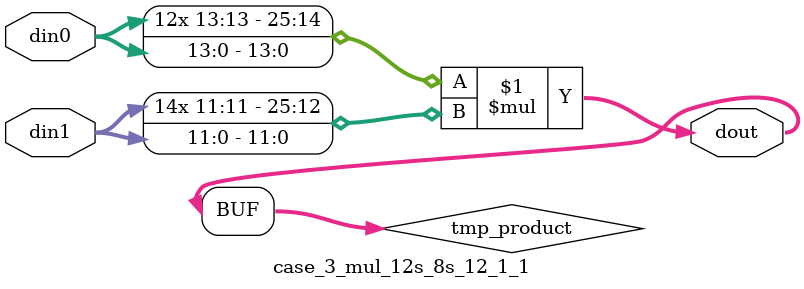
<source format=v>

`timescale 1 ns / 1 ps

 module case_3_mul_12s_8s_12_1_1(din0, din1, dout);
parameter ID = 1;
parameter NUM_STAGE = 0;
parameter din0_WIDTH = 14;
parameter din1_WIDTH = 12;
parameter dout_WIDTH = 26;

input [din0_WIDTH - 1 : 0] din0; 
input [din1_WIDTH - 1 : 0] din1; 
output [dout_WIDTH - 1 : 0] dout;

wire signed [dout_WIDTH - 1 : 0] tmp_product;



























assign tmp_product = $signed(din0) * $signed(din1);








assign dout = tmp_product;





















endmodule

</source>
